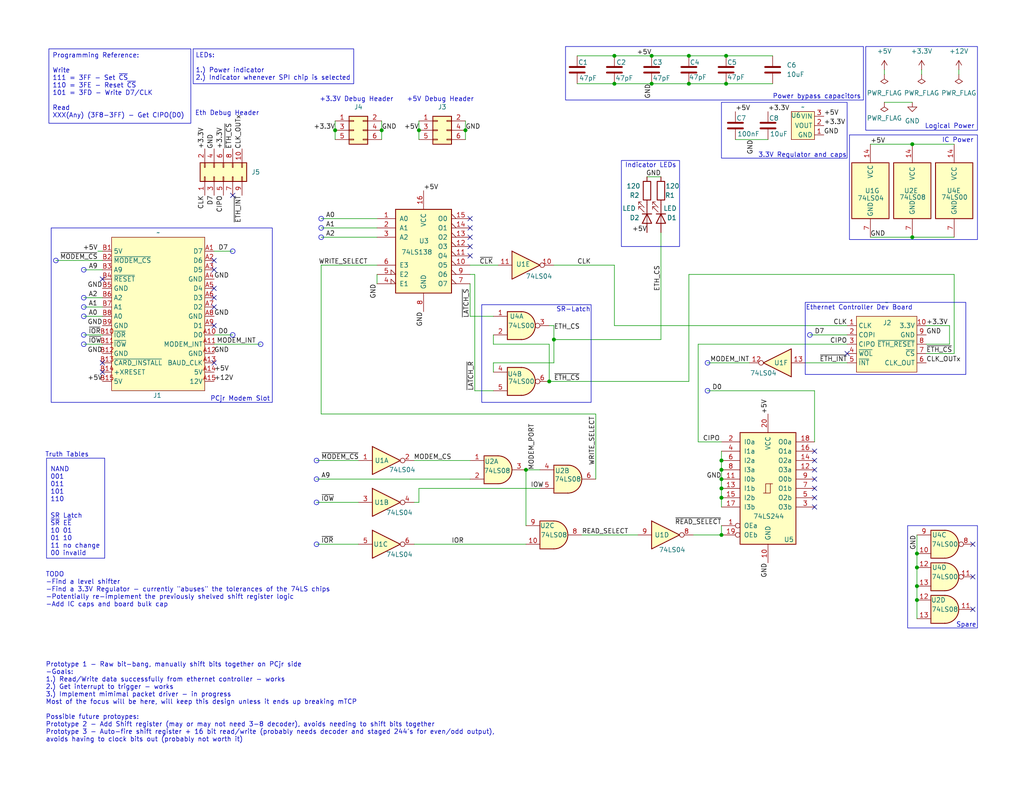
<source format=kicad_sch>
(kicad_sch (version 20231120) (generator "eeschema") (generator_version "8.0")
  (paper "USLetter")
  (title_block (title "jrNIC") (date "2024-10-26") (rev "04") (company "RetroByten Engineering"))
  (lib_symbols
    (symbol "74xx:74LS00" (pin_names (offset 1.016))
      (property "Reference" "U" (at 0 1.27 0))
      (property "Value" "74LS00" (at 0 -1.27 0))
      (symbol "74LS00_1_1"
        (pin input line (at -7.62 2.54 0) (length 3.81) (name "~") (number "1"))
        (pin input line (at -7.62 -2.54 0) (length 3.81) (name "~") (number "2"))
        (pin output inverted (at 7.62 0 180) (length 3.81) (name "~") (number "3"))
      )
      (symbol "74LS00_1_2"
        (pin input inverted (at -7.62 2.54 0) (length 4.318) (name "~") (number "1"))
        (pin input inverted (at -7.62 -2.54 0) (length 4.318) (name "~") (number "2"))
        (pin output line (at 7.62 0 180) (length 3.81) (name "~") (number "3"))
      )
      (symbol "74LS00_2_1"
        (pin input line (at -7.62 2.54 0) (length 3.81) (name "~") (number "4"))
        (pin input line (at -7.62 -2.54 0) (length 3.81) (name "~") (number "5"))
        (pin output inverted (at 7.62 0 180) (length 3.81) (name "~") (number "6"))
      )
      (symbol "74LS00_2_2"
        (pin input inverted (at -7.62 2.54 0) (length 4.318) (name "~") (number "4"))
        (pin input inverted (at -7.62 -2.54 0) (length 4.318) (name "~") (number "5"))
        (pin output line (at 7.62 0 180) (length 3.81) (name "~") (number "6"))
      )
      (symbol "74LS00_3_1"
        (pin input line (at -7.62 -2.54 0) (length 3.81) (name "~") (number "10"))
        (pin output inverted (at 7.62 0 180) (length 3.81) (name "~") (number "8"))
        (pin input line (at -7.62 2.54 0) (length 3.81) (name "~") (number "9"))
      )
      (symbol "74LS00_3_2"
        (pin input inverted (at -7.62 -2.54 0) (length 4.318) (name "~") (number "10"))
        (pin output line (at 7.62 0 180) (length 3.81) (name "~") (number "8"))
        (pin input inverted (at -7.62 2.54 0) (length 4.318) (name "~") (number "9"))
      )
      (symbol "74LS00_4_1"
        (pin output inverted (at 7.62 0 180) (length 3.81) (name "~") (number "11"))
        (pin input line (at -7.62 2.54 0) (length 3.81) (name "~") (number "12"))
        (pin input line (at -7.62 -2.54 0) (length 3.81) (name "~") (number "13"))
      )
      (symbol "74LS00_4_2"
        (pin output line (at 7.62 0 180) (length 3.81) (name "~") (number "11"))
        (pin input inverted (at -7.62 2.54 0) (length 4.318) (name "~") (number "12"))
        (pin input inverted (at -7.62 -2.54 0) (length 4.318) (name "~") (number "13"))
      )
      (symbol "74LS00_5_0"
        (pin power_in line (at 0 12.7 270) (length 5.08) (name "VCC") (number "14"))
        (pin power_in line (at 0 -12.7 90) (length 5.08) (name "GND") (number "7"))
      )
    )
    (symbol "74xx:74LS04"
      (property "Reference" "U" (at 0 1.27 0))
      (property "Value" "74LS04" (at 0 -1.27 0))
      (symbol "74LS04_1_0"
        (pin input line (at -7.62 0 0) (length 3.81) (name "~") (number "1"))
        (pin output inverted (at 7.62 0 180) (length 3.81) (name "~") (number "2"))
      )
      (symbol "74LS04_2_0"
        (pin input line (at -7.62 0 0) (length 3.81) (name "~") (number "3"))
        (pin output inverted (at 7.62 0 180) (length 3.81) (name "~") (number "4"))
      )
      (symbol "74LS04_3_0"
        (pin input line (at -7.62 0 0) (length 3.81) (name "~") (number "5"))
        (pin output inverted (at 7.62 0 180) (length 3.81) (name "~") (number "6"))
      )
      (symbol "74LS04_4_0"
        (pin output inverted (at 7.62 0 180) (length 3.81) (name "~") (number "8"))
        (pin input line (at -7.62 0 0) (length 3.81) (name "~") (number "9"))
      )
      (symbol "74LS04_5_0"
        (pin output inverted (at 7.62 0 180) (length 3.81) (name "~") (number "10"))
        (pin input line (at -7.62 0 0) (length 3.81) (name "~") (number "11"))
      )
      (symbol "74LS04_6_0"
        (pin output inverted (at 7.62 0 180) (length 3.81) (name "~") (number "12"))
        (pin input line (at -7.62 0 0) (length 3.81) (name "~") (number "13"))
      )
      (symbol "74LS04_7_0"
        (pin power_in line (at 0 12.7 270) (length 5.08) (name "VCC") (number "14"))
        (pin power_in line (at 0 -12.7 90) (length 5.08) (name "GND") (number "7"))
      )
    )
    (symbol "74xx:74LS08" (pin_names (offset 1.016))
      (property "Reference" "U" (at 0 1.27 0))
      (property "Value" "74LS08" (at 0 -1.27 0))
      (symbol "74LS08_1_1"
        (pin input line (at -7.62 2.54 0) (length 3.81) (name "~") (number "1"))
        (pin input line (at -7.62 -2.54 0) (length 3.81) (name "~") (number "2"))
        (pin output line (at 7.62 0 180) (length 3.81) (name "~") (number "3"))
      )
      (symbol "74LS08_1_2"
        (pin input inverted (at -7.62 2.54 0) (length 4.318) (name "~") (number "1"))
        (pin input inverted (at -7.62 -2.54 0) (length 4.318) (name "~") (number "2"))
        (pin output inverted (at 7.62 0 180) (length 3.81) (name "~") (number "3"))
      )
      (symbol "74LS08_2_1"
        (pin input line (at -7.62 2.54 0) (length 3.81) (name "~") (number "4"))
        (pin input line (at -7.62 -2.54 0) (length 3.81) (name "~") (number "5"))
        (pin output line (at 7.62 0 180) (length 3.81) (name "~") (number "6"))
      )
      (symbol "74LS08_2_2"
        (pin input inverted (at -7.62 2.54 0) (length 4.318) (name "~") (number "4"))
        (pin input inverted (at -7.62 -2.54 0) (length 4.318) (name "~") (number "5"))
        (pin output inverted (at 7.62 0 180) (length 3.81) (name "~") (number "6"))
      )
      (symbol "74LS08_3_1"
        (pin input line (at -7.62 -2.54 0) (length 3.81) (name "~") (number "10"))
        (pin output line (at 7.62 0 180) (length 3.81) (name "~") (number "8"))
        (pin input line (at -7.62 2.54 0) (length 3.81) (name "~") (number "9"))
      )
      (symbol "74LS08_3_2"
        (pin input inverted (at -7.62 -2.54 0) (length 4.318) (name "~") (number "10"))
        (pin output inverted (at 7.62 0 180) (length 3.81) (name "~") (number "8"))
        (pin input inverted (at -7.62 2.54 0) (length 4.318) (name "~") (number "9"))
      )
      (symbol "74LS08_4_1"
        (pin output line (at 7.62 0 180) (length 3.81) (name "~") (number "11"))
        (pin input line (at -7.62 2.54 0) (length 3.81) (name "~") (number "12"))
        (pin input line (at -7.62 -2.54 0) (length 3.81) (name "~") (number "13"))
      )
      (symbol "74LS08_4_2"
        (pin output inverted (at 7.62 0 180) (length 3.81) (name "~") (number "11"))
        (pin input inverted (at -7.62 2.54 0) (length 4.318) (name "~") (number "12"))
        (pin input inverted (at -7.62 -2.54 0) (length 4.318) (name "~") (number "13"))
      )
      (symbol "74LS08_5_0"
        (pin power_in line (at 0 12.7 270) (length 5.08) (name "VCC") (number "14"))
        (pin power_in line (at 0 -12.7 90) (length 5.08) (name "GND") (number "7"))
      )
    )
    (symbol "74xx:74LS138" (pin_names (offset 1.016))
      (property "Reference" "U" (at -7.62 11.43 0))
      (property "Value" "74LS138" (at -7.62 -13.97 0))
      (symbol "74LS138_1_0"
        (pin input line (at -12.7 7.62 0) (length 5.08) (name "A0") (number "1"))
        (pin output output_low (at 12.7 -5.08 180) (length 5.08) (name "O5") (number "10"))
        (pin output output_low (at 12.7 -2.54 180) (length 5.08) (name "O4") (number "11"))
        (pin output output_low (at 12.7 0 180) (length 5.08) (name "O3") (number "12"))
        (pin output output_low (at 12.7 2.54 180) (length 5.08) (name "O2") (number "13"))
        (pin output output_low (at 12.7 5.08 180) (length 5.08) (name "O1") (number "14"))
        (pin output output_low (at 12.7 7.62 180) (length 5.08) (name "O0") (number "15"))
        (pin power_in line (at 0 15.24 270) (length 5.08) (name "VCC") (number "16"))
        (pin input line (at -12.7 5.08 0) (length 5.08) (name "A1") (number "2"))
        (pin input line (at -12.7 2.54 0) (length 5.08) (name "A2") (number "3"))
        (pin input input_low (at -12.7 -10.16 0) (length 5.08) (name "E1") (number "4"))
        (pin input input_low (at -12.7 -7.62 0) (length 5.08) (name "E2") (number "5"))
        (pin input line (at -12.7 -5.08 0) (length 5.08) (name "E3") (number "6"))
        (pin output output_low (at 12.7 -10.16 180) (length 5.08) (name "O7") (number "7"))
        (pin power_in line (at 0 -17.78 90) (length 5.08) (name "GND") (number "8"))
        (pin output output_low (at 12.7 -7.62 180) (length 5.08) (name "O6") (number "9"))
      )
    )
    (symbol "74xx:74LS244" (pin_names (offset 1.016))
      (property "Reference" "U" (at -7.62 16.51 0))
      (property "Value" "74LS244" (at -7.62 -16.51 0))
      (symbol "74LS244_1_0"
        (pin input inverted (at -12.7 -10.16 0) (length 5.08) (name "OEa") (number "1"))
        (pin power_in line (at 0 -20.32 90) (length 5.08) (name "GND") (number "10"))
        (pin input line (at -12.7 2.54 0) (length 5.08) (name "I0b") (number "11"))
        (pin tri_state line (at 12.7 5.08 180) (length 5.08) (name "O3a") (number "12"))
        (pin input line (at -12.7 0 0) (length 5.08) (name "I1b") (number "13"))
        (pin tri_state line (at 12.7 7.62 180) (length 5.08) (name "O2a") (number "14"))
        (pin input line (at -12.7 -2.54 0) (length 5.08) (name "I2b") (number "15"))
        (pin tri_state line (at 12.7 10.16 180) (length 5.08) (name "O1a") (number "16"))
        (pin input line (at -12.7 -5.08 0) (length 5.08) (name "I3b") (number "17"))
        (pin tri_state line (at 12.7 12.7 180) (length 5.08) (name "O0a") (number "18"))
        (pin input inverted (at -12.7 -12.7 0) (length 5.08) (name "OEb") (number "19"))
        (pin input line (at -12.7 12.7 0) (length 5.08) (name "I0a") (number "2"))
        (pin power_in line (at 0 20.32 270) (length 5.08) (name "VCC") (number "20"))
        (pin tri_state line (at 12.7 -5.08 180) (length 5.08) (name "O3b") (number "3"))
        (pin input line (at -12.7 10.16 0) (length 5.08) (name "I1a") (number "4"))
        (pin tri_state line (at 12.7 -2.54 180) (length 5.08) (name "O2b") (number "5"))
        (pin input line (at -12.7 7.62 0) (length 5.08) (name "I2a") (number "6"))
        (pin tri_state line (at 12.7 0 180) (length 5.08) (name "O1b") (number "7"))
        (pin input line (at -12.7 5.08 0) (length 5.08) (name "I3a") (number "8"))
        (pin tri_state line (at 12.7 2.54 180) (length 5.08) (name "O0b") (number "9"))
      )
    )
    (symbol "Connector_Generic:Conn_02x03_Odd_Even" (pin_names (offset 1.016) hide)
      (property "Reference" "J" (at 1.27 5.08 0))
      (property "Value" "Conn_02x03_Odd_Even" (at 1.27 -5.08 0))
      (symbol "Conn_02x03_Odd_Even_1_1"
        (pin passive line (at -5.08 2.54 0) (length 3.81) (name "Pin_1") (number "1"))
        (pin passive line (at 7.62 2.54 180) (length 3.81) (name "Pin_2") (number "2"))
        (pin passive line (at -5.08 0 0) (length 3.81) (name "Pin_3") (number "3"))
        (pin passive line (at 7.62 0 180) (length 3.81) (name "Pin_4") (number "4"))
        (pin passive line (at -5.08 -2.54 0) (length 3.81) (name "Pin_5") (number "5"))
        (pin passive line (at 7.62 -2.54 180) (length 3.81) (name "Pin_6") (number "6"))
      )
    )
    (symbol "Connector_Generic:Conn_02x05_Odd_Even" (pin_names (offset 1.016) hide)
      (property "Reference" "J" (at 1.27 7.62 0))
      (property "Value" "Conn_02x05_Odd_Even" (at 1.27 -7.62 0))
      (symbol "Conn_02x05_Odd_Even_1_1"
        (pin passive line (at -5.08 5.08 0) (length 3.81) (name "Pin_1") (number "1"))
        (pin passive line (at 7.62 -5.08 180) (length 3.81) (name "Pin_10") (number "10"))
        (pin passive line (at 7.62 5.08 180) (length 3.81) (name "Pin_2") (number "2"))
        (pin passive line (at -5.08 2.54 0) (length 3.81) (name "Pin_3") (number "3"))
        (pin passive line (at 7.62 2.54 180) (length 3.81) (name "Pin_4") (number "4"))
        (pin passive line (at -5.08 0 0) (length 3.81) (name "Pin_5") (number "5"))
        (pin passive line (at 7.62 0 180) (length 3.81) (name "Pin_6") (number "6"))
        (pin passive line (at -5.08 -2.54 0) (length 3.81) (name "Pin_7") (number "7"))
        (pin passive line (at 7.62 -2.54 180) (length 3.81) (name "Pin_8") (number "8"))
        (pin passive line (at -5.08 -5.08 0) (length 3.81) (name "Pin_9") (number "9"))
      )
    )
    (symbol "Device:C" (pin_numbers hide) (pin_names (offset 0.254))
      (property "Reference" "C" (at 0.635 2.54 0))
      (property "Value" "C" (at 0.635 -2.54 0))
      (symbol "C_1_1"
        (pin passive line (at 0 3.81 270) (length 2.794) (name "~") (number "1"))
        (pin passive line (at 0 -3.81 90) (length 2.794) (name "~") (number "2"))
      )
    )
    (symbol "Device:LED" (pin_numbers hide) (pin_names (offset 1.016) hide)
      (property "Reference" "D" (at 0 2.54 0))
      (property "Value" "LED" (at 0 -2.54 0))
      (symbol "LED_1_1"
        (pin passive line (at -3.81 0 0) (length 2.54) (name "K") (number "1"))
        (pin passive line (at 3.81 0 180) (length 2.54) (name "A") (number "2"))
      )
    )
    (symbol "Device:R" (pin_numbers hide) (pin_names (offset 0))
      (property "Reference" "R" (at 2.032 0 90))
      (property "Value" "R" (at 0 0 90))
      (symbol "R_1_1"
        (pin passive line (at 0 3.81 270) (length 1.27) (name "~") (number "1"))
        (pin passive line (at 0 -3.81 90) (length 1.27) (name "~") (number "2"))
      )
    )
    (symbol "PCjr_PROTO_RAM_CART_symbol_lib:Ethernet_DevBoard"
      (property "Reference" "J" (at 7.366 -2.032 0))
      (property "ControllerSheet" "https://ww1.microchip.com/downloads/en/DeviceDoc/39662e.pdf" (at 2.286 -6.35 0))
      (symbol "Ethernet_DevBoard_1_1"
        (pin input line (at -2.54 12.7 0) (length 2.54) (name "CLK") (number "1"))
        (pin power_in line (at 19.05 12.7 180) (length 2.54) (name "3.3V") (number "10"))
        (pin input line (at -2.54 10.16 0) (length 2.54) (name "COPI") (number "2"))
        (pin output line (at -2.54 7.62 0) (length 2.54) (name "CIPO") (number "3"))
        (pin input line (at -2.54 5.08 0) (length 2.54) (name "~{WOL}") (number "4"))
        (pin output line (at -2.54 2.54 0) (length 2.54) (name "~{INT}") (number "5"))
        (pin output line (at 19.05 2.54 180) (length 2.54) (name "CLK_OUT") (number "6"))
        (pin input line (at 19.05 5.08 180) (length 2.54) (name "~{CS}") (number "7"))
        (pin input line (at 19.05 7.62 180) (length 2.54) (name "~{ETH_RESET}") (number "8"))
        (pin power_in line (at 19.05 10.16 180) (length 2.54) (name "GND") (number "9"))
      )
    )
    (symbol "PCjr_PROTO_RAM_CART_symbol_lib:LD1117V33"
      (property "Reference" "U" (at 0 -2.032 0))
      (symbol "LD1117V33_1_1"
        (pin power_in line (at 8.89 1.27 180) (length 2.54) (name "GND") (number "1"))
        (pin power_in line (at 8.89 3.81 180) (length 2.54) (name "VOUT") (number "2"))
        (pin power_in line (at 8.89 6.35 180) (length 2.54) (name "VIN") (number "3"))
      )
    )
    (symbol "PCjr_PROTO_RAM_CART_symbol_lib:PCjrModemPort"
      (property "Reference" "J" (at 13.208 -1.778 0))
      (symbol "PCjrModemPort_1_1"
        (pin bidirectional line (at 27.94 38.1 180) (length 2.54) (name "D7") (number "A1"))
        (pin bidirectional line (at 27.94 15.24 180) (length 2.54) (name "D0") (number "A10"))
        (pin input line (at 27.94 12.7 180) (length 2.54) (name "MODEM_INT") (number "A11"))
        (pin power_in line (at 27.94 10.16 180) (length 2.54) (name "GND") (number "A12"))
        (pin output line (at 27.94 7.62 180) (length 2.54) (name "BAUD_CLK") (number "A13"))
        (pin power_in line (at 27.94 5.08 180) (length 2.54) (name "5V") (number "A14"))
        (pin power_in line (at 27.94 2.54 180) (length 2.54) (name "12V") (number "A15"))
        (pin bidirectional line (at 27.94 35.56 180) (length 2.54) (name "D6") (number "A2"))
        (pin bidirectional line (at 27.94 33.02 180) (length 2.54) (name "D5") (number "A3"))
        (pin power_in line (at 27.94 30.48 180) (length 2.54) (name "GND") (number "A4"))
        (pin bidirectional line (at 27.94 27.94 180) (length 2.54) (name "D4") (number "A5"))
        (pin bidirectional line (at 27.94 25.4 180) (length 2.54) (name "D3") (number "A6"))
        (pin bidirectional line (at 27.94 22.86 180) (length 2.54) (name "D2") (number "A7"))
        (pin power_in line (at 27.94 20.32 180) (length 2.54) (name "GND") (number "A8"))
        (pin bidirectional line (at 27.94 17.78 180) (length 2.54) (name "D1") (number "A9"))
        (pin power_in line (at -2.54 38.1 0) (length 2.54) (name "5V") (number "B1"))
        (pin output line (at -2.54 15.24 0) (length 2.54) (name "~{IOR}") (number "B10"))
        (pin output line (at -2.54 12.7 0) (length 2.54) (name "~{IOW}") (number "B11"))
        (pin power_in line (at -2.54 10.16 0) (length 2.54) (name "GND") (number "B12"))
        (pin bidirectional line (at -2.54 7.62 0) (length 2.54) (name "~{CARD_INSTALL}") (number "B13"))
        (pin bidirectional line (at -2.54 5.08 0) (length 2.54) (name "+XRESET") (number "B14"))
        (pin power_in line (at -2.54 2.54 0) (length 2.54) (name "5V") (number "B15"))
        (pin output line (at -2.54 35.56 0) (length 2.54) (name "~{MODEM_CS}") (number "B2"))
        (pin output line (at -2.54 33.02 0) (length 2.54) (name "A9") (number "B3"))
        (pin bidirectional line (at -2.54 30.48 0) (length 2.54) (name "~{RESET}") (number "B4"))
        (pin power_in line (at -2.54 27.94 0) (length 2.54) (name "GND") (number "B5"))
        (pin output line (at -2.54 25.4 0) (length 2.54) (name "A2") (number "B6"))
        (pin output line (at -2.54 22.86 0) (length 2.54) (name "A1") (number "B7"))
        (pin output line (at -2.54 20.32 0) (length 2.54) (name "A0") (number "B8"))
        (pin power_in line (at -2.54 17.78 0) (length 2.54) (name "GND") (number "B9"))
      )
    )
    (symbol "power:+12V" (power) (pin_numbers hide) (pin_names (offset 0) hide)
      (property "Value" "+12V" (at 0 3.556 0))
      (symbol "+12V_1_1"
        (pin power_in line (at 0 0 90) (length 0) (name "~") (number "1"))
      )
    )
    (symbol "power:+3.3V" (power) (pin_numbers hide) (pin_names (offset 0) hide)
      (property "Value" "+3.3V" (at 0 3.556 0))
      (symbol "+3.3V_1_1"
        (pin power_in line (at 0 0 90) (length 0) (name "~") (number "1"))
      )
    )
    (symbol "power:+5V" (power) (pin_numbers hide) (pin_names (offset 0) hide)
      (property "Value" "+5V" (at 0 3.556 0))
      (symbol "+5V_1_1"
        (pin power_in line (at 0 0 90) (length 0) (name "~") (number "1"))
      )
    )
    (symbol "power:GND" (power) (pin_numbers hide) (pin_names (offset 0) hide)
      (property "Value" "GND" (at 0 -3.81 0))
      (symbol "GND_1_1"
        (pin power_in line (at 0 0 270) (length 0) (name "~") (number "1"))
      )
    )
    (symbol "power:PWR_FLAG" (power) (pin_numbers hide) (pin_names (offset 0) hide)
      (property "Value" "PWR_FLAG" (at 0 3.81 0))
      (symbol "PWR_FLAG_0_0"
        (pin power_out line (at 0 0 90) (length 0) (name "~") (number "1"))
      )
    )
  )
  (junction (at 104.14 35.56))
  (junction (at 167.64 22.86))
  (junction (at 250.19 160.02))
  (junction (at 177.8 22.86))
  (junction (at 151.13 92.71))
  (junction (at 250.19 154.94))
  (junction (at 196.85 135.89))
  (junction (at 187.96 15.24))
  (junction (at 250.19 151.13))
  (junction (at 127 35.56))
  (junction (at 198.12 15.24))
  (junction (at 196.85 130.81))
  (junction (at 114.3 35.56))
  (junction (at 196.85 125.73))
  (junction (at 149.86 104.14))
  (junction (at 196.85 146.05))
  (junction (at 177.8 15.24))
  (junction (at 250.19 163.83))
  (junction (at 91.44 35.56))
  (junction (at 198.12 22.86))
  (junction (at 187.96 22.86))
  (junction (at 143.51 128.27))
  (junction (at 248.92 39.37))
  (junction (at 196.85 133.35))
  (junction (at 167.64 15.24))
  (junction (at 248.92 64.77))
  (junction (at 196.85 128.27))
  (no_connect (at 128.27 67.31))
  (no_connect (at 27.94 76.2))
  (no_connect (at 63.5 53.34))
  (no_connect (at 231.14 96.52))
  (no_connect (at 58.42 99.06))
  (no_connect (at 128.27 69.85))
  (no_connect (at 128.27 64.77))
  (no_connect (at 58.42 78.74))
  (no_connect (at 58.42 73.66))
  (no_connect (at 27.94 101.6))
  (no_connect (at 222.25 135.89))
  (no_connect (at 222.25 123.19))
  (no_connect (at 58.42 81.28))
  (no_connect (at 222.25 130.81))
  (no_connect (at 222.25 138.43))
  (no_connect (at 222.25 128.27))
  (no_connect (at 222.25 133.35))
  (no_connect (at 265.43 157.48))
  (no_connect (at 58.42 71.12))
  (no_connect (at 58.42 88.9))
  (no_connect (at 128.27 62.23))
  (no_connect (at 128.27 59.69))
  (no_connect (at 27.94 99.06))
  (no_connect (at 265.43 148.59))
  (no_connect (at 222.25 125.73))
  (no_connect (at 265.43 166.37))
  (no_connect (at 58.42 83.82))
  (wire (pts (xy 114.3 33.02) (xy 114.3 35.56)))
  (wire (pts (xy 250.19 160.02) (xy 250.19 163.83)))
  (wire (pts (xy 134.62 99.06) (xy 134.62 101.6)))
  (wire (pts (xy 151.13 92.71) (xy 180.34 92.71)))
  (wire (pts (xy 22.86 83.82) (xy 27.94 83.82)))
  (wire (pts (xy 237.49 39.37) (xy 248.92 39.37)))
  (wire (pts (xy 15.24 71.12) (xy 27.94 71.12)))
  (wire (pts (xy 127 35.56) (xy 127 38.1)))
  (wire (pts (xy 196.85 128.27) (xy 196.85 130.81)))
  (wire (pts (xy 134.62 93.98) (xy 149.86 93.98)))
  (wire (pts (xy 86.36 130.81) (xy 128.27 130.81)))
  (wire (pts (xy 127 33.02) (xy 127 35.56)))
  (wire (pts (xy 158.75 146.05) (xy 173.99 146.05)))
  (wire (pts (xy 91.44 35.56) (xy 91.44 38.1)))
  (wire (pts (xy 157.48 15.24) (xy 167.64 15.24)))
  (wire (pts (xy 260.35 96.52) (xy 260.35 74.93)))
  (wire (pts (xy 113.03 148.59) (xy 143.51 148.59)))
  (wire (pts (xy 134.62 99.06) (xy 151.13 99.06)))
  (wire (pts (xy 177.8 15.24) (xy 187.96 15.24)))
  (wire (pts (xy 162.56 113.03) (xy 162.56 130.81)))
  (wire (pts (xy 196.85 135.89) (xy 196.85 138.43)))
  (wire (pts (xy 151.13 72.39) (xy 167.64 72.39)))
  (wire (pts (xy 198.12 15.24) (xy 210.82 15.24)))
  (wire (pts (xy 114.3 137.16) (xy 114.3 133.35)))
  (wire (pts (xy 196.85 133.35) (xy 196.85 135.89)))
  (wire (pts (xy 241.3 27.94) (xy 248.92 27.94)))
  (wire (pts (xy 22.86 93.98) (xy 27.94 93.98)))
  (wire (pts (xy 167.64 15.24) (xy 177.8 15.24)))
  (wire (pts (xy 58.42 93.98) (xy 71.12 93.98)))
  (wire (pts (xy 58.42 91.44) (xy 63.5 91.44)))
  (wire (pts (xy 149.86 88.9) (xy 151.13 88.9)))
  (wire (pts (xy 128.27 72.39) (xy 135.89 72.39)))
  (wire (pts (xy 87.63 72.39) (xy 87.63 113.03)))
  (wire (pts (xy 196.85 130.81) (xy 196.85 133.35)))
  (wire (pts (xy 128.27 74.93) (xy 129.54 74.93)))
  (wire (pts (xy 222.25 106.68) (xy 222.25 120.65)))
  (wire (pts (xy 187.96 74.93) (xy 187.96 104.14)))
  (wire (pts (xy 250.19 146.05) (xy 250.19 151.13)))
  (wire (pts (xy 114.3 133.35) (xy 147.32 133.35)))
  (wire (pts (xy 22.86 73.66) (xy 27.94 73.66)))
  (wire (pts (xy 113.03 125.73) (xy 128.27 125.73)))
  (wire (pts (xy 248.92 39.37) (xy 260.35 39.37)))
  (wire (pts (xy 102.87 74.93) (xy 102.87 77.47)))
  (wire (pts (xy 251.46 19.05) (xy 251.46 20.32)))
  (wire (pts (xy 250.19 163.83) (xy 250.19 168.91)))
  (wire (pts (xy 22.86 91.44) (xy 27.94 91.44)))
  (wire (pts (xy 167.64 88.9) (xy 167.64 72.39)))
  (wire (pts (xy 87.63 113.03) (xy 162.56 113.03)))
  (wire (pts (xy 128.27 86.36) (xy 134.62 86.36)))
  (wire (pts (xy 22.86 86.36) (xy 27.94 86.36)))
  (wire (pts (xy 129.54 106.68) (xy 134.62 106.68)))
  (wire (pts (xy 187.96 15.24) (xy 198.12 15.24)))
  (wire (pts (xy 252.73 93.98) (xy 259.08 93.98)))
  (wire (pts (xy 261.62 19.05) (xy 261.62 20.32)))
  (wire (pts (xy 91.44 33.02) (xy 91.44 35.56)))
  (wire (pts (xy 149.86 104.14) (xy 187.96 104.14)))
  (wire (pts (xy 151.13 92.71) (xy 151.13 99.06)))
  (wire (pts (xy 248.92 64.77) (xy 260.35 64.77)))
  (wire (pts (xy 190.5 120.65) (xy 196.85 120.65)))
  (wire (pts (xy 151.13 88.9) (xy 151.13 92.71)))
  (wire (pts (xy 167.64 22.86) (xy 177.8 22.86)))
  (wire (pts (xy 104.14 35.56) (xy 104.14 38.1)))
  (wire (pts (xy 190.5 93.98) (xy 231.14 93.98)))
  (wire (pts (xy 22.86 81.28) (xy 27.94 81.28)))
  (wire (pts (xy 157.48 22.86) (xy 167.64 22.86)))
  (wire (pts (xy 114.3 35.56) (xy 114.3 38.1)))
  (wire (pts (xy 252.73 96.52) (xy 260.35 96.52)))
  (wire (pts (xy 86.36 125.73) (xy 97.79 125.73)))
  (wire (pts (xy 180.34 48.26) (xy 176.53 48.26)))
  (wire (pts (xy 241.3 19.05) (xy 241.3 20.32)))
  (wire (pts (xy 196.85 143.51) (xy 196.85 146.05)))
  (wire (pts (xy 143.51 128.27) (xy 147.32 128.27)))
  (wire (pts (xy 177.8 22.86) (xy 187.96 22.86)))
  (wire (pts (xy 149.86 93.98) (xy 149.86 104.14)))
  (wire (pts (xy 113.03 137.16) (xy 114.3 137.16)))
  (wire (pts (xy 250.19 151.13) (xy 250.19 154.94)))
  (wire (pts (xy 220.98 91.44) (xy 231.14 91.44)))
  (wire (pts (xy 196.85 123.19) (xy 196.85 125.73)))
  (wire (pts (xy 237.49 64.77) (xy 248.92 64.77)))
  (wire (pts (xy 190.5 93.98) (xy 190.5 120.65)))
  (wire (pts (xy 187.96 22.86) (xy 198.12 22.86)))
  (wire (pts (xy 193.04 106.68) (xy 222.25 106.68)))
  (wire (pts (xy 259.08 93.98) (xy 259.08 88.9)))
  (wire (pts (xy 129.54 74.93) (xy 129.54 106.68)))
  (wire (pts (xy 87.63 62.23) (xy 102.87 62.23)))
  (wire (pts (xy 196.85 125.73) (xy 196.85 128.27)))
  (wire (pts (xy 143.51 128.27) (xy 143.51 143.51)))
  (wire (pts (xy 167.64 88.9) (xy 231.14 88.9)))
  (wire (pts (xy 134.62 91.44) (xy 134.62 93.98)))
  (wire (pts (xy 180.34 92.71) (xy 180.34 63.5)))
  (wire (pts (xy 104.14 33.02) (xy 104.14 35.56)))
  (wire (pts (xy 219.71 99.06) (xy 231.14 99.06)))
  (wire (pts (xy 58.42 68.58) (xy 63.5 68.58)))
  (wire (pts (xy 252.73 88.9) (xy 259.08 88.9)))
  (wire (pts (xy 86.36 148.59) (xy 97.79 148.59)))
  (wire (pts (xy 250.19 154.94) (xy 250.19 160.02)))
  (wire (pts (xy 87.63 64.77) (xy 102.87 64.77)))
  (wire (pts (xy 87.63 72.39) (xy 102.87 72.39)))
  (wire (pts (xy 193.04 99.06) (xy 204.47 99.06)))
  (wire (pts (xy 198.12 22.86) (xy 210.82 22.86)))
  (wire (pts (xy 200.66 38.1) (xy 209.55 38.1)))
  (wire (pts (xy 26.67 68.58) (xy 27.94 68.58)))
  (wire (pts (xy 189.23 146.05) (xy 196.85 146.05)))
  (wire (pts (xy 128.27 77.47) (xy 128.27 86.36)))
  (wire (pts (xy 86.36 137.16) (xy 97.79 137.16)))
  (wire (pts (xy 187.96 74.93) (xy 260.35 74.93)))
  (wire (pts (xy 87.63 59.69) (xy 102.87 59.69)))
  (circle (center 193.04 106.68) (radius 0.635))
  (circle (center 86.36 125.73) (radius 0.635))
  (circle (center 193.04 99.06) (radius 0.635))
  (circle (center 22.86 83.82) (radius 0.635))
  (circle (center 87.63 62.23) (radius 0.635))
  (rectangle (start 13.97 62.23) (end 74.295 109.855))
  (circle (center 22.86 73.66) (radius 0.635))
  (rectangle (start 196.85 27.94) (end 231.14 43.18))
  (rectangle (start 231.775 36.83) (end 266.7 65.405))
  (rectangle (start 236.22 12.7) (end 266.7 35.56))
  (circle (center 22.86 86.36) (radius 0.635))
  (circle (center 22.86 91.44) (radius 0.635))
  (rectangle (start 131.445 83.185) (end 161.29 109.855))
  (circle (center 86.36 148.59) (radius 0.635))
  (rectangle (start 247.65 143.51) (end 266.7 171.45))
  (rectangle (start 52.705 13.335) (end 96.52 22.86))
  (rectangle (start 185.42 67.31) (end 169.545 43.815))
  (circle (center 63.5 91.44) (radius 0.635))
  (circle (center 220.98 91.44) (radius 0.635))
  (rectangle (start 12.7 125.095) (end 28.575 152.4))
  (circle (center 86.36 130.81) (radius 0.635))
  (rectangle (start 219.71 82.55) (end 263.525 102.235))
  (rectangle (start 154.305 12.7) (end 235.585 27.305))
  (circle (center 22.86 81.28) (radius 0.635))
  (circle (center 87.63 64.77) (radius 0.635))
  (circle (center 63.5 68.58) (radius 0.635))
  (circle (center 15.24 71.12) (radius 0.635))
  (circle (center 22.86 93.98) (radius 0.635))
  (circle (center 87.63 59.69) (radius 0.635))
  (circle (center 71.12 93.98) (radius 0.635))
  (circle (center 86.36 137.16) (radius 0.635))
  (text_box "Programming Reference:\n\nWrite\n111 = 3FF - Set ~{CS}\n110 = 3FE - Reset ~{CS}\n101 = 3FD - Write D7/CLK\n\nRead\nXXX(Any) (3F8-3FF) - Get CIPO(D0) " (at 13.335 13.335 0) (size 38.735 20.32) (effects (font (size 1.27 1.27)) (justify left top)))
  (text "SR Latch\n~{S}~{R} E~{E}\n10 01\n01 10\n11 no change\n00 invalid" (at 13.716 146.05 0) (effects (font (size 1.27 1.27)) (justify left)))
  (text "IC Power" (at 265.684 38.354 0) (effects (font (size 1.27 1.27)) (justify right)))
  (text "Eth Debug Header" (at 61.976 30.988 0) (effects (font (size 1.27 1.27))))
  (text "Truth Tables" (at 18.288 124.206 0) (effects (font (size 1.27 1.27))))
  (text "+3.3V Debug Header" (at 97.282 27.178 0) (effects (font (size 1.27 1.27))))
  (text "Indicator LEDs" (at 177.546 45.212 0) (effects (font (size 1.27 1.27))))
  (text "Spare" (at 266.446 170.688 0) (effects (font (size 1.27 1.27)) (justify right)))
  (text "TODO\n-Find a level shifter\n-Find a 3.3V Regulator - currently \"abuses\" the tolerances of the 74LS chips\n-Potentially re-implement the previously shelved shift register logic\n-Add IC caps and board bulk cap" (at 12.446 161.036 0) (effects (font (size 1.27 1.27)) (justify left)))
  (text "SR-Latch" (at 156.464 84.582 0) (effects (font (size 1.27 1.27))))
  (text "Prototype 1 - Raw bit-bang, manually shift bits together on PCjr side\n-Goals:\n1.) Read/Write data successfully from ethernet controller - works\n2.) Get interrupt to trigger - works\n3.) Implement mimimal packet driver - in progress\nMost of the focus will be here, will keep this design unless it ends up breaking mTCP\n\nPossible future protoypes:\nPrototype 2 - Add Shift register (may or may not need 3-8 decoder), avoids needing to shift bits together\nPrototype 3 - Auto-fire shift register + 16 bit read/write (probably needs decoder and staged 244's for even/odd output), \navoids having to clock bits out (probably not worth it)\n\n" (at 12.446 192.786 0) (effects (font (size 1.27 1.27)) (justify left)))
  (text "+5V Debug Header" (at 120.142 27.178 0) (effects (font (size 1.27 1.27))))
  (text "Ethernet Controller Dev Board" (at 234.442 84.074 0) (effects (font (size 1.27 1.27))))
  (text "PCjr Modem Slot" (at 65.532 108.966 0) (effects (font (size 1.27 1.27))))
  (text "NAND\n001\n011\n101\n110" (at 13.716 132.334 0) (effects (font (size 1.27 1.27)) (justify left)))
  (text "LEDs:\n\n1.) Power indicator\n2.) Indicator whenever SPI chip is selected" (at 53.34 18.288 0) (effects (font (size 1.27 1.27)) (justify left)))
  (text "Power bypass capacitors" (at 234.95 26.416 0) (effects (font (size 1.27 1.27)) (justify right)))
  (text "Logical Power" (at 265.938 34.544 0) (effects (font (size 1.27 1.27)) (justify right)))
  (text "3.3V Regulator and caps" (at 218.948 42.418 0) (effects (font (size 1.27 1.27))))
  (label "+5V" (at 176.53 63.5 180))
  (label "READ_SELECT" (at 158.75 146.05 0))
  (label "~{ETH_INT}" (at 231.14 99.06 180))
  (label "D7" (at 62.23 68.58 180))
  (label "GND" (at 252.73 91.44 0))
  (label "ETH_CS" (at 180.34 72.39 270))
  (label "~{LATCH_R}" (at 129.54 106.68 90))
  (label "+5V" (at 114.3 35.56 180))
  (label "WRITE_SELECT" (at 162.56 127 90))
  (label "D7" (at 58.42 53.34 270))
  (label "~{LATCH_S}" (at 128.27 78.74 270))
  (label "+3.3V" (at 60.96 40.64 90))
  (label "CIPO" (at 231.14 93.98 180))
  (label "ETH_CS" (at 151.13 90.17 0))
  (label "+3.3V" (at 209.55 30.48 0))
  (label "CIPO" (at 60.96 53.34 270))
  (label "IOW" (at 144.78 133.35 0))
  (label "+3.3V" (at 91.44 35.56 180))
  (label "+3.3V" (at 252.73 88.9 0))
  (label "~{ETH_CS}" (at 151.13 104.14 0))
  (label "~{ETH_INT}" (at 66.04 53.34 270))
  (label "CLK" (at 231.14 88.9 180))
  (label "GND" (at 58.42 86.36 0))
  (label "GND" (at 58.42 40.64 90))
  (label "GND" (at 250.19 146.05 270))
  (label "+5V" (at 27.94 104.14 180))
  (label "+3.3V" (at 55.88 40.64 90))
  (label "A1" (at 24.13 83.82 0))
  (label "~{MODEM_CS}" (at 87.63 125.73 0))
  (label "~{IOR}" (at 24.13 91.44 0))
  (label "CLK" (at 157.48 72.39 0))
  (label "+5V" (at 26.67 68.58 180))
  (label "+5V" (at 58.42 101.6 0))
  (label "~{CLK}" (at 130.81 72.39 0))
  (label "GND" (at 177.8 22.86 270))
  (label "A9" (at 87.63 130.81 0))
  (label "GND" (at 196.85 130.81 180))
  (label "GND" (at 27.94 88.9 180))
  (label "WRITE_SELECT" (at 100.33 72.39 180))
  (label "A0" (at 88.9 59.69 0))
  (label "+5V" (at 177.8 15.24 180))
  (label "MODEM_INT" (at 69.85 93.98 180))
  (label "A2" (at 88.9 64.77 0))
  (label "GND" (at 180.34 48.26 180))
  (label "~{ETH_CS}" (at 63.5 40.64 90))
  (label "MODEM_PORT" (at 146.05 128.27 90))
  (label "GND" (at 115.57 85.09 270))
  (label "GND" (at 127 35.56 0))
  (label "GND" (at 224.79 36.83 0))
  (label "GND" (at 27.94 78.74 180))
  (label "CLK_OUTx" (at 252.73 99.06 0))
  (label "A1" (at 88.9 62.23 0))
  (label "GND" (at 205.74 38.1 270))
  (label "CLK_OUTx" (at 66.04 40.64 90))
  (label "MODEM_INT" (at 204.47 99.06 180))
  (label "~{IOW}" (at 87.63 137.16 0))
  (label "~{ETH_CS}" (at 252.73 96.52 0))
  (label "~{READ_SELECT}" (at 196.85 143.51 180))
  (label "GND" (at 209.55 153.67 270))
  (label "MODEM_CS" (at 123.19 125.73 180))
  (label "+5V" (at 200.66 30.48 0))
  (label "GND" (at 58.42 76.2 0))
  (label "A0" (at 24.13 86.36 0))
  (label "CLK" (at 55.88 53.34 270))
  (label "A2" (at 24.13 81.28 0))
  (label "+5V" (at 115.57 52.07 0))
  (label "~{IOW}" (at 24.13 93.98 0))
  (label "~{MODEM_CS}" (at 26.67 71.12 180))
  (label "GND" (at 27.94 96.52 180))
  (label "+5V" (at 209.55 113.03 90))
  (label "A9" (at 26.67 73.66 180))
  (label "GND" (at 237.49 64.77 0))
  (label "+5V" (at 237.49 39.37 0))
  (label "~{IOR}" (at 87.63 148.59 0))
  (label "GND" (at 104.14 35.56 0))
  (label "D0" (at 194.31 106.68 0))
  (label "CIPO" (at 191.77 120.65 0))
  (label "+3.3V" (at 224.79 34.29 0))
  (label "+12V" (at 58.42 104.14 0))
  (label "IOR" (at 123.19 148.59 0))
  (label "+5V" (at 224.79 31.75 0))
  (label "GND" (at 58.42 96.52 0))
  (label "GND" (at 102.87 77.47 270))
  (label "D0" (at 62.23 91.44 180))
  (label "D7" (at 222.25 91.44 0))
  (symbol (lib_id "74xx:74LS08") (at 257.81 166.37 0) (unit 4)
    (property "Reference" "U2" (at 256.032 163.83 0))
    (property "Value" "74LS08" (at 257.81 166.37 0))
    (property "Footprint" "Package_DIP:DIP-14_W7.62mm_LongPads" (effects (hide yes)))
    (property "Datasheet" "http://www.ti.com/lit/gpn/sn74LS08" (effects (hide yes)))
    (property "Description" "Quad And2" (effects (hide yes)))
  )
  (symbol (lib_id "74xx:74LS00") (at 260.35 52.07 0) (unit 5)
    (property "Reference" "U4" (at 258.318 52.07 0) (effects (justify left)))
    (property "Value" "74LS00" (at 256.794 53.848 0) (effects (justify left)))
    (property "Footprint" "Package_DIP:DIP-14_W7.62mm_LongPads" (effects (hide yes)))
    (property "Datasheet" "http://www.ti.com/lit/gpn/sn74ls00" (effects (hide yes)))
    (property "Description" "quad 2-input NAND gate" (effects (hide yes)))
  )
  (symbol (lib_id "74xx:74LS04") (at 105.41 148.59 0) (unit 3)
    (property "Reference" "U1" (at 103.886 148.59 0))
    (property "Value" "74LS04" (at 108.966 151.384 0))
    (property "Footprint" "Package_DIP:DIP-14_W7.62mm_LongPads" (effects (hide yes)))
    (property "Datasheet" "http://www.ti.com/lit/gpn/sn74LS04" (effects (hide yes)))
    (property "Description" "Hex Inverter" (effects (hide yes)))
  )
  (symbol (lib_id "Device:LED") (at 176.53 59.69 270) (unit 1)
    (property "Reference" "D2" (at 174.498 59.436 90) (effects (justify right)))
    (property "Value" "LED" (at 173.482 56.896 90) (effects (justify right)))
    (property "Footprint" "LED_THT:LED_D3.0mm" (effects (hide yes)))
    (property "Description" "Light emitting diode" (effects (hide yes)))
  )
  (symbol (lib_id "power:PWR_FLAG") (at 261.62 20.32 180) (unit 1)
    (property "Reference" "#FLG04" (effects (hide yes)))
    (property "Value" "PWR_FLAG" (at 261.62 25.4 0))
    (property "Description" "Special symbol for telling ERC where power comes from" (effects (hide yes)))
  )
  (symbol (lib_id "PCjr_PROTO_RAM_CART_symbol_lib:LD1117V33") (at 215.9 38.1 0) (unit 1)
    (property "Reference" "U6" (at 217.17 31.496 0))
    (property "Value" "~" (at 219.075 29.21 0))
    (property "Footprint" "Package_TO_SOT_THT:TO-220-3_Vertical" (effects (hide yes)))
  )
  (symbol (lib_id "Device:R") (at 176.53 52.07 180) (unit 1)
    (property "Reference" "R2" (at 174.498 53.34 0) (effects (justify left)))
    (property "Value" "120" (at 174.752 50.8 0) (effects (justify left)))
    (property "Footprint" "Resistor_THT:R_Axial_DIN0204_L3.6mm_D1.6mm_P2.54mm_Vertical" (effects (hide yes)))
    (property "Description" "Resistor" (effects (hide yes)))
  )
  (symbol (lib_id "PCjr_PROTO_RAM_CART_symbol_lib:Ethernet_DevBoard") (at 233.68 101.6 0) (unit 1)
    (property "Reference" "J2" (at 242.062 88.138 0))
    (property "Value" "~" (at 241.935 82.55 0))
    (property "Footprint" "PCjr_PROTO_RAM_CART_footprint_lib:Olimex_ENC28J60-H" (effects (hide yes)))
    (property "Datasheet" "https://www.olimex.com/Products/Modules/Ethernet/MOD-ENC28J60/resources/MOD-ENC28J60-schematic.pdf" (effects (hide yes)))
    (property "ControllerSheet" "https://ww1.microchip.com/downloads/en/DeviceDoc/39662e.pdf" (effects (hide yes)))
  )
  (symbol (lib_id "Device:C") (at 177.8 19.05 0) (unit 1)
    (property "Reference" "C3" (at 178.054 17.018 0) (effects (justify left)))
    (property "Value" "47pF" (at 178.054 21.336 0) (effects (justify left)))
    (property "Footprint" "Capacitor_THT:CP_Radial_Tantal_D5.0mm_P2.50mm" (effects (hide yes)))
    (property "Description" "Unpolarized capacitor" (effects (hide yes)))
  )
  (symbol (lib_id "power:GND") (at 248.92 27.94 0) (unit 1)
    (property "Reference" "#PWR01" (effects (hide yes)))
    (property "Value" "GND" (at 248.92 33.02 0))
    (property "Description" "Power symbol creates a global label with name \"GND\" , ground" (effects (hide yes)))
  )
  (symbol (lib_id "74xx:74LS04") (at 181.61 146.05 0) (unit 4)
    (property "Reference" "U1" (at 180.594 146.05 0))
    (property "Value" "74LS04" (at 183.388 150.114 0))
    (property "Footprint" "Package_DIP:DIP-14_W7.62mm_LongPads" (effects (hide yes)))
    (property "Datasheet" "http://www.ti.com/lit/gpn/sn74LS04" (effects (hide yes)))
    (property "Description" "Hex Inverter" (effects (hide yes)))
  )
  (symbol (lib_id "74xx:74LS00") (at 257.81 157.48 0) (unit 4)
    (property "Reference" "U4" (at 256.286 154.94 0))
    (property "Value" "74LS00" (at 257.81 157.48 0))
    (property "Footprint" "Package_DIP:DIP-14_W7.62mm_LongPads" (effects (hide yes)))
    (property "Datasheet" "http://www.ti.com/lit/gpn/sn74ls00" (effects (hide yes)))
    (property "Description" "quad 2-input NAND gate" (effects (hide yes)))
  )
  (symbol (lib_id "Device:LED") (at 180.34 59.69 270) (unit 1)
    (property "Reference" "D1" (at 184.658 59.436 90) (effects (justify right)))
    (property "Value" "LED" (at 184.658 56.896 90) (effects (justify right)))
    (property "Footprint" "LED_THT:LED_D3.0mm" (effects (hide yes)))
    (property "Description" "Light emitting diode" (effects (hide yes)))
  )
  (symbol (lib_id "74xx:74LS138") (at 115.57 67.31 0) (unit 1)
    (property "Reference" "U3" (at 114.3 65.786 0) (effects (justify left)))
    (property "Value" "74LS138" (at 109.474 68.834 0) (effects (justify left)))
    (property "Footprint" "Package_DIP:DIP-16_W7.62mm_LongPads" (effects (hide yes)))
    (property "Datasheet" "http://www.ti.com/lit/gpn/sn74LS138" (effects (hide yes)))
    (property "Description" "Decoder 3 to 8 active low outputs" (effects (hide yes)))
  )
  (symbol (lib_id "power:+5V") (at 241.3 19.05 0) (unit 1)
    (property "Reference" "#PWR02" (effects (hide yes)))
    (property "Value" "+5V" (at 241.3 13.97 0))
    (property "Description" "Power symbol creates a global label with name \"+5V\"" (effects (hide yes)))
  )
  (symbol (lib_id "74xx:74LS08") (at 154.94 130.81 0) (unit 2)
    (property "Reference" "U2" (at 153.416 128.524 0))
    (property "Value" "74LS08" (at 154.94 130.81 0))
    (property "Footprint" "Package_DIP:DIP-14_W7.62mm_LongPads" (effects (hide yes)))
    (property "Datasheet" "http://www.ti.com/lit/gpn/sn74LS08" (effects (hide yes)))
    (property "Description" "Quad And2" (effects (hide yes)))
  )
  (symbol (lib_id "74xx:74LS04") (at 237.49 52.07 0) (unit 7)
    (property "Reference" "U1" (at 235.966 52.07 0) (effects (justify left)))
    (property "Value" "74LS04" (at 233.934 54.102 0) (effects (justify left)))
    (property "Footprint" "Package_DIP:DIP-14_W7.62mm_LongPads" (effects (hide yes)))
    (property "Datasheet" "http://www.ti.com/lit/gpn/sn74LS04" (effects (hide yes)))
    (property "Description" "Hex Inverter" (effects (hide yes)))
  )
  (symbol (lib_id "power:PWR_FLAG") (at 241.3 20.32 180) (unit 1)
    (property "Reference" "#FLG01" (effects (hide yes)))
    (property "Value" "PWR_FLAG" (at 241.3 25.4 0))
    (property "Description" "Special symbol for telling ERC where power comes from" (effects (hide yes)))
  )
  (symbol (lib_id "74xx:74LS04") (at 143.51 72.39 0) (unit 5)
    (property "Reference" "U1" (at 142.748 72.136 0))
    (property "Value" "74LS04" (at 147.066 75.438 0))
    (property "Footprint" "Package_DIP:DIP-14_W7.62mm_LongPads" (effects (hide yes)))
    (property "Datasheet" "http://www.ti.com/lit/gpn/sn74LS04" (effects (hide yes)))
    (property "Description" "Hex Inverter" (effects (hide yes)))
  )
  (symbol (lib_id "Device:C") (at 200.66 34.29 0) (unit 1)
    (property "Reference" "C7" (at 200.914 32.258 0) (effects (justify left)))
    (property "Value" "100nF" (at 201.168 36.576 0) (effects (justify left)))
    (property "Footprint" "Capacitor_THT:CP_Radial_D5.0mm_P2.50mm" (effects (hide yes)))
    (property "Description" "Unpolarized capacitor" (effects (hide yes)))
  )
  (symbol (lib_id "74xx:74LS04") (at 105.41 125.73 0) (unit 1)
    (property "Reference" "U1" (at 104.14 125.73 0))
    (property "Value" "74LS04" (at 109.728 128.27 0))
    (property "Footprint" "Package_DIP:DIP-14_W7.62mm_LongPads" (effects (hide yes)))
    (property "Datasheet" "http://www.ti.com/lit/gpn/sn74LS04" (effects (hide yes)))
    (property "Description" "Hex Inverter" (effects (hide yes)))
  )
  (symbol (lib_id "74xx:74LS00") (at 257.81 148.59 0) (unit 3)
    (property "Reference" "U4" (at 256.286 146.05 0))
    (property "Value" "74LS00" (at 257.81 148.59 0))
    (property "Footprint" "Package_DIP:DIP-14_W7.62mm_LongPads" (effects (hide yes)))
    (property "Datasheet" "http://www.ti.com/lit/gpn/sn74ls00" (effects (hide yes)))
    (property "Description" "quad 2-input NAND gate" (effects (hide yes)))
  )
  (symbol (lib_id "Device:C") (at 209.55 34.29 0) (unit 1)
    (property "Reference" "C8" (at 209.804 32.258 0) (effects (justify left)))
    (property "Value" "10uF" (at 210.058 36.576 0) (effects (justify left)))
    (property "Footprint" "Capacitor_THT:CP_Radial_D5.0mm_P2.50mm" (effects (hide yes)))
    (property "Description" "Unpolarized capacitor" (effects (hide yes)))
  )
  (symbol (lib_id "power:PWR_FLAG") (at 241.3 27.94 180) (unit 1)
    (property "Reference" "#FLG02" (effects (hide yes)))
    (property "Value" "PWR_FLAG" (at 241.3 32.258 0))
    (property "Description" "Special symbol for telling ERC where power comes from" (effects (hide yes)))
  )
  (symbol (lib_id "74xx:74LS08") (at 151.13 146.05 0) (unit 3)
    (property "Reference" "U2" (at 149.352 143.51 0))
    (property "Value" "74LS08" (at 151.13 146.05 0))
    (property "Footprint" "Package_DIP:DIP-14_W7.62mm_LongPads" (effects (hide yes)))
    (property "Datasheet" "http://www.ti.com/lit/gpn/sn74LS08" (effects (hide yes)))
    (property "Description" "Quad And2" (effects (hide yes)))
  )
  (symbol (lib_id "Connector_Generic:Conn_02x03_Odd_Even") (at 96.52 35.56 0) (unit 1)
    (property "Reference" "J4" (at 97.79 29.21 0))
    (property "Value" "Conn_02x03_Odd_Even" (effects (hide yes)))
    (property "Footprint" "Connector_PinHeader_2.54mm:PinHeader_2x03_P2.54mm_Vertical" (effects (hide yes)))
    (property "Description" "Generic connector, double row, 02x03, odd/even pin numbering scheme (row 1 odd numbers, row 2 even numbers), script generated (kicad-library-utils/schlib/autogen/connector/)" (effects (hide yes)))
  )
  (symbol (lib_id "Device:C") (at 167.64 19.05 0) (unit 1)
    (property "Reference" "C2" (at 168.148 17.018 0) (effects (justify left)))
    (property "Value" "47pF" (at 167.894 21.336 0) (effects (justify left)))
    (property "Footprint" "Capacitor_THT:CP_Radial_Tantal_D5.0mm_P2.50mm" (effects (hide yes)))
    (property "Description" "Unpolarized capacitor" (effects (hide yes)))
  )
  (symbol (lib_id "74xx:74LS08") (at 248.92 52.07 0) (unit 5)
    (property "Reference" "U2" (at 246.634 52.07 0) (effects (justify left)))
    (property "Value" "74LS08" (at 245.364 53.848 0) (effects (justify left)))
    (property "Footprint" "Package_DIP:DIP-14_W7.62mm_LongPads" (effects (hide yes)))
    (property "Datasheet" "http://www.ti.com/lit/gpn/sn74LS08" (effects (hide yes)))
    (property "Description" "Quad And2" (effects (hide yes)))
  )
  (symbol (lib_id "74xx:74LS04") (at 212.09 99.06 180) (unit 6)
    (property "Reference" "U1" (at 213.106 99.06 0))
    (property "Value" "74LS04" (at 208.28 101.854 0))
    (property "Footprint" "Package_DIP:DIP-14_W7.62mm_LongPads" (effects (hide yes)))
    (property "Datasheet" "http://www.ti.com/lit/gpn/sn74LS04" (effects (hide yes)))
    (property "Description" "Hex Inverter" (effects (hide yes)))
  )
  (symbol (lib_id "Device:C") (at 198.12 19.05 0) (unit 1)
    (property "Reference" "C5" (at 198.374 17.018 0) (effects (justify left)))
    (property "Value" "47pF" (at 198.374 21.082 0) (effects (justify left)))
    (property "Footprint" "Capacitor_THT:CP_Radial_Tantal_D5.0mm_P2.50mm" (effects (hide yes)))
    (property "Description" "Unpolarized capacitor" (effects (hide yes)))
  )
  (symbol (lib_id "Device:C") (at 210.82 19.05 0) (unit 1)
    (property "Reference" "C6" (at 214.63 17.7799 0) (effects (justify left)))
    (property "Value" "10uF" (at 214.63 20.3199 0) (effects (justify left)))
    (property "Footprint" "Capacitor_THT:CP_Radial_D5.0mm_P2.50mm" (effects (hide yes)))
    (property "Description" "Unpolarized capacitor" (effects (hide yes)))
  )
  (symbol (lib_id "Connector_Generic:Conn_02x03_Odd_Even") (at 119.38 35.56 0) (unit 1)
    (property "Reference" "J3" (at 120.65 29.21 0))
    (property "Value" "Conn_02x03_Odd_Even" (effects (hide yes)))
    (property "Footprint" "Connector_PinHeader_2.54mm:PinHeader_2x03_P2.54mm_Vertical" (effects (hide yes)))
    (property "Description" "Generic connector, double row, 02x03, odd/even pin numbering scheme (row 1 odd numbers, row 2 even numbers), script generated (kicad-library-utils/schlib/autogen/connector/)" (effects (hide yes)))
  )
  (symbol (lib_id "Device:C") (at 157.48 19.05 0) (unit 1)
    (property "Reference" "C1" (at 157.734 17.018 0) (effects (justify left)))
    (property "Value" "47pF" (at 157.988 21.336 0) (effects (justify left)))
    (property "Footprint" "Capacitor_THT:CP_Radial_Tantal_D5.0mm_P2.50mm" (effects (hide yes)))
    (property "Description" "Unpolarized capacitor" (effects (hide yes)))
  )
  (symbol (lib_id "power:PWR_FLAG") (at 251.46 20.32 180) (unit 1)
    (property "Reference" "#FLG03" (effects (hide yes)))
    (property "Value" "PWR_FLAG" (at 251.46 25.4 0))
    (property "Description" "Special symbol for telling ERC where power comes from" (effects (hide yes)))
  )
  (symbol (lib_id "74xx:74LS00") (at 142.24 88.9 0) (unit 1)
    (property "Reference" "U4" (at 140.97 86.36 0))
    (property "Value" "74LS00" (at 142.24 88.9 0))
    (property "Footprint" "Package_DIP:DIP-14_W7.62mm_LongPads" (effects (hide yes)))
    (property "Datasheet" "http://www.ti.com/lit/gpn/sn74ls00" (effects (hide yes)))
    (property "Description" "quad 2-input NAND gate" (effects (hide yes)))
  )
  (symbol (lib_id "74xx:74LS00") (at 142.24 104.14 0) (unit 2)
    (property "Reference" "U4" (at 140.462 102.108 0))
    (property "Value" "74LS00" (at 142.24 104.14 0))
    (property "Footprint" "Package_DIP:DIP-14_W7.62mm_LongPads" (effects (hide yes)))
    (property "Datasheet" "http://www.ti.com/lit/gpn/sn74ls00" (effects (hide yes)))
    (property "Description" "quad 2-input NAND gate" (effects (hide yes)))
  )
  (symbol (lib_id "Device:C") (at 187.96 19.05 0) (unit 1)
    (property "Reference" "C4" (at 188.214 17.018 0) (effects (justify left)))
    (property "Value" "47pF" (at 187.96 21.082 0) (effects (justify left)))
    (property "Footprint" "Capacitor_THT:CP_Radial_Tantal_D5.0mm_P2.50mm" (effects (hide yes)))
    (property "Description" "Unpolarized capacitor" (effects (hide yes)))
  )
  (symbol (lib_id "74xx:74LS08") (at 135.89 128.27 0) (unit 1)
    (property "Reference" "U2" (at 134.112 125.984 0))
    (property "Value" "74LS08" (at 135.636 128.524 0))
    (property "Footprint" "Package_DIP:DIP-14_W7.62mm_LongPads" (effects (hide yes)))
    (property "Datasheet" "http://www.ti.com/lit/gpn/sn74LS08" (effects (hide yes)))
    (property "Description" "Quad And2" (effects (hide yes)))
  )
  (symbol (lib_id "74xx:74LS04") (at 105.41 137.16 0) (unit 2)
    (property "Reference" "U1" (at 104.14 137.16 0))
    (property "Value" "74LS04" (at 108.966 139.954 0))
    (property "Footprint" "Package_DIP:DIP-14_W7.62mm_LongPads" (effects (hide yes)))
    (property "Datasheet" "http://www.ti.com/lit/gpn/sn74LS04" (effects (hide yes)))
    (property "Description" "Hex Inverter" (effects (hide yes)))
  )
  (symbol (lib_id "PCjr_PROTO_RAM_CART_symbol_lib:PCjrModemPort") (at 30.48 106.68 0) (unit 1)
    (property "Reference" "J1" (at 42.926 107.95 0))
    (property "Value" "~" (at 43.18 63.5 0))
    (property "Footprint" "PCjr_PROTO_RAM_CART_footprint_lib:PCjrModemPort" (effects (hide yes)))
  )
  (symbol (lib_id "Device:R") (at 180.34 52.07 180) (unit 1)
    (property "Reference" "R1" (at 184.15 53.34 0) (effects (justify left)))
    (property "Value" "120" (at 185.42 50.8 0) (effects (justify left)))
    (property "Footprint" "Resistor_THT:R_Axial_DIN0204_L3.6mm_D1.6mm_P2.54mm_Vertical" (effects (hide yes)))
    (property "Description" "Resistor" (effects (hide yes)))
  )
  (symbol (lib_id "power:+3.3V") (at 251.46 19.05 0) (unit 1)
    (property "Reference" "#PWR03" (effects (hide yes)))
    (property "Value" "+3.3V" (at 251.46 13.97 0))
    (property "Description" "Power symbol creates a global label with name \"+3.3V\"" (effects (hide yes)))
  )
  (symbol (lib_id "Connector_Generic:Conn_02x05_Odd_Even") (at 60.96 48.26 90) (unit 1)
    (property "Reference" "J5" (at 68.58 46.9899 90) (effects (justify right)))
    (property "Value" "Conn_02x05_Odd_Even" (effects (hide yes)))
    (property "Footprint" "Connector_PinHeader_2.54mm:PinHeader_2x05_P2.54mm_Vertical" (effects (hide yes)))
    (property "Description" "Generic connector, double row, 02x05, odd/even pin numbering scheme (row 1 odd numbers, row 2 even numbers), script generated (kicad-library-utils/schlib/autogen/connector/)" (effects (hide yes)))
  )
  (symbol (lib_id "power:+12V") (at 261.62 19.05 0) (unit 1)
    (property "Reference" "#PWR04" (effects (hide yes)))
    (property "Value" "+12V" (at 261.62 13.97 0))
    (property "Description" "Power symbol creates a global label with name \"+12V\"" (effects (hide yes)))
  )
  (symbol (lib_id "74xx:74LS244") (at 209.55 133.35 0) (unit 1)
    (property "Reference" "U5" (at 213.868 147.32 0) (effects (justify left)))
    (property "Value" "74LS244" (at 205.486 140.97 0) (effects (justify left)))
    (property "Footprint" "Package_DIP:DIP-20_W7.62mm_LongPads" (effects (hide yes)))
    (property "Datasheet" "http://www.ti.com/lit/ds/symlink/sn74ls244.pdf" (effects (hide yes)))
    (property "Description" "Octal Buffer and Line Driver With 3-State Output, active-low enables, non-inverting outputs" (effects (hide yes)))
  )
)
</source>
